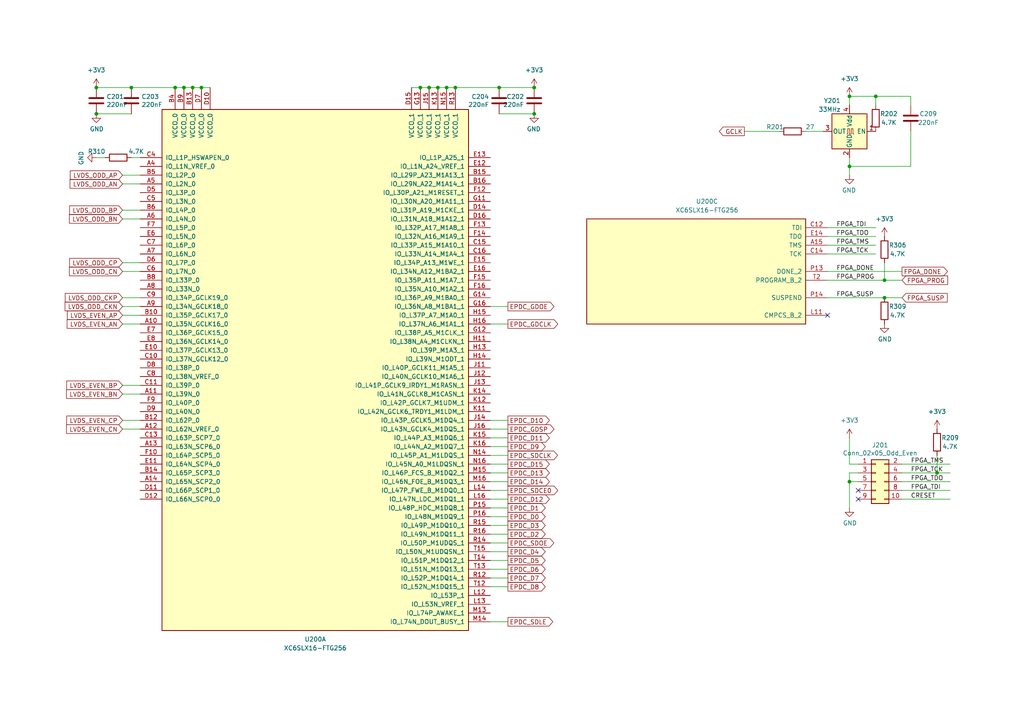
<source format=kicad_sch>
(kicad_sch (version 20230121) (generator eeschema)
  (paper "A4")
  (title_block (title "Caster EPDC") (date "2022-07-03") (rev "R0.4") (company "Copyright 2022 Modos / Engineer: Wenting Zhang"))
  (lib_symbols
    (symbol "Connector_Generic:Conn_02x05_Odd_Even" (pin_names (offset 1.016) hide)
      (property "Reference" "J" (at 1.27 7.62 0))
      (property "Value" "Conn_02x05_Odd_Even" (at 1.27 -7.62 0))
      (symbol "Conn_02x05_Odd_Even_1_1"
        (rectangle (start -1.27 -4.953) (end 0 -5.207) (stroke (width 0.1524)))
        (rectangle (start -1.27 -2.413) (end 0 -2.667) (stroke (width 0.1524)))
        (rectangle (start -1.27 0.127) (end 0 -0.127) (stroke (width 0.1524)))
        (rectangle (start -1.27 2.667) (end 0 2.413) (stroke (width 0.1524)))
        (rectangle (start -1.27 5.207) (end 0 4.953) (stroke (width 0.1524)))
        (rectangle (start -1.27 6.35) (end 3.81 -6.35) (stroke (width 0.254)) (fill (type background)))
        (rectangle (start 3.81 -4.953) (end 2.54 -5.207) (stroke (width 0.1524)))
        (rectangle (start 3.81 -2.413) (end 2.54 -2.667) (stroke (width 0.1524)))
        (rectangle (start 3.81 0.127) (end 2.54 -0.127) (stroke (width 0.1524)))
        (rectangle (start 3.81 2.667) (end 2.54 2.413) (stroke (width 0.1524)))
        (rectangle (start 3.81 5.207) (end 2.54 4.953) (stroke (width 0.1524)))
        (pin passive line (at -5.08 5.08 0) (length 3.81) (name "Pin_1") (number "1"))
        (pin passive line (at 7.62 -5.08 180) (length 3.81) (name "Pin_10") (number "10"))
        (pin passive line (at 7.62 5.08 180) (length 3.81) (name "Pin_2") (number "2"))
        (pin passive line (at -5.08 2.54 0) (length 3.81) (name "Pin_3") (number "3"))
        (pin passive line (at 7.62 2.54 180) (length 3.81) (name "Pin_4") (number "4"))
        (pin passive line (at -5.08 0 0) (length 3.81) (name "Pin_5") (number "5"))
        (pin passive line (at 7.62 0 180) (length 3.81) (name "Pin_6") (number "6"))
        (pin passive line (at -5.08 -2.54 0) (length 3.81) (name "Pin_7") (number "7"))
        (pin passive line (at 7.62 -2.54 180) (length 3.81) (name "Pin_8") (number "8"))
        (pin passive line (at -5.08 -5.08 0) (length 3.81) (name "Pin_9") (number "9"))
      )
    )
    (symbol "Device:C" (pin_numbers hide) (pin_names (offset 0.254))
      (property "Reference" "C" (at 0.635 2.54 0))
      (property "Value" "C" (at 0.635 -2.54 0))
      (symbol "C_0_1"
        (polyline (pts (xy -2.032 -0.762) (xy 2.032 -0.762)) (stroke (width 0.508)))
        (polyline (pts (xy -2.032 0.762) (xy 2.032 0.762)) (stroke (width 0.508)))
      )
      (symbol "C_1_1"
        (pin passive line (at 0 3.81 270) (length 2.794) (name "~") (number "1"))
        (pin passive line (at 0 -3.81 90) (length 2.794) (name "~") (number "2"))
      )
    )
    (symbol "Device:R" (pin_numbers hide) (pin_names (offset 0))
      (property "Reference" "R" (at 2.032 0 90))
      (property "Value" "R" (at 0 0 90))
      (symbol "R_0_1"
        (rectangle (start -1.016 -2.54) (end 1.016 2.54) (stroke (width 0.254)))
      )
      (symbol "R_1_1"
        (pin passive line (at 0 3.81 270) (length 1.27) (name "~") (number "1"))
        (pin passive line (at 0 -3.81 90) (length 1.27) (name "~") (number "2"))
      )
    )
    (symbol "FPGA_Xilinx_Spartan6:XC6SLX16-FTG256" (pin_names (offset 1.016))
      (property "Reference" "U" (at 0 1.27 0))
      (property "Value" "XC6SLX16-FTG256" (at 0 -1.27 0))
      (symbol "XC6SLX16-FTG256_1_1"
        (rectangle (start -44.45 72.39) (end 44.45 -78.74) (stroke (width 0.254)) (fill (type background)))
        (pin bidirectional line (at -50.8 10.16 0) (length 6.35) (name "IO_L35N_GCLK16_0") (number "A10"))
        (pin bidirectional line (at -50.8 -10.16 0) (length 6.35) (name "IO_L39N_0") (number "A11"))
        (pin bidirectional line (at -50.8 -20.32 0) (length 6.35) (name "IO_L62N_VREF_0") (number "A12"))
        (pin bidirectional line (at -50.8 -25.4 0) (length 6.35) (name "IO_L63N_SCP6_0") (number "A13"))
        (pin bidirectional line (at -50.8 -35.56 0) (length 6.35) (name "IO_L65N_SCP2_0") (number "A14"))
        (pin bidirectional line (at -50.8 55.88 0) (length 6.35) (name "IO_L1N_VREF_0") (number "A4"))
        (pin bidirectional line (at -50.8 50.8 0) (length 6.35) (name "IO_L2N_0") (number "A5"))
        (pin bidirectional line (at -50.8 40.64 0) (length 6.35) (name "IO_L4N_0") (number "A6"))
        (pin bidirectional line (at -50.8 30.48 0) (length 6.35) (name "IO_L6N_0") (number "A7"))
        (pin bidirectional line (at -50.8 20.32 0) (length 6.35) (name "IO_L33N_0") (number "A8"))
        (pin bidirectional line (at -50.8 15.24 0) (length 6.35) (name "IO_L34N_GCLK18_0") (number "A9"))
        (pin bidirectional line (at -50.8 12.7 0) (length 6.35) (name "IO_L35P_GCLK17_0") (number "B10"))
        (pin bidirectional line (at -50.8 -17.78 0) (length 6.35) (name "IO_L62P_0") (number "B12"))
        (pin power_in line (at -35.56 78.74 270) (length 6.35) (name "VCCO_0") (number "B13"))
        (pin bidirectional line (at -50.8 -33.02 0) (length 6.35) (name "IO_L65P_SCP3_0") (number "B14"))
        (pin bidirectional line (at 50.8 53.34 180) (length 6.35) (name "IO_L29P_A23_M1A13_1") (number "B15"))
        (pin bidirectional line (at 50.8 50.8 180) (length 6.35) (name "IO_L29N_A22_M1A14_1") (number "B16"))
        (pin power_in line (at -40.64 78.74 270) (length 6.35) (name "VCCO_0") (number "B4"))
        (pin bidirectional line (at -50.8 53.34 0) (length 6.35) (name "IO_L2P_0") (number "B5"))
        (pin bidirectional line (at -50.8 43.18 0) (length 6.35) (name "IO_L4P_0") (number "B6"))
        (pin bidirectional line (at -50.8 22.86 0) (length 6.35) (name "IO_L33P_0") (number "B8"))
        (pin power_in line (at -38.1 78.74 270) (length 6.35) (name "VCCO_0") (number "B9"))
        (pin bidirectional line (at -50.8 0 0) (length 6.35) (name "IO_L37N_GCLK12_0") (number "C10"))
        (pin bidirectional line (at -50.8 -7.62 0) (length 6.35) (name "IO_L39P_0") (number "C11"))
        (pin bidirectional line (at -50.8 -22.86 0) (length 6.35) (name "IO_L63P_SCP7_0") (number "C13"))
        (pin bidirectional line (at 50.8 33.02 180) (length 6.35) (name "IO_L33P_A15_M1A10_1") (number "C15"))
        (pin bidirectional line (at 50.8 30.48 180) (length 6.35) (name "IO_L33N_A14_M1A4_1") (number "C16"))
        (pin bidirectional line (at -50.8 58.42 0) (length 6.35) (name "IO_L1P_HSWAPEN_0") (number "C4"))
        (pin bidirectional line (at -50.8 45.72 0) (length 6.35) (name "IO_L3N_0") (number "C5"))
        (pin bidirectional line (at -50.8 25.4 0) (length 6.35) (name "IO_L7N_0") (number "C6"))
        (pin bidirectional line (at -50.8 33.02 0) (length 6.35) (name "IO_L6P_0") (number "C7"))
        (pin bidirectional line (at -50.8 -5.08 0) (length 6.35) (name "IO_L38N_VREF_0") (number "C8"))
        (pin bidirectional line (at -50.8 17.78 0) (length 6.35) (name "IO_L34P_GCLK19_0") (number "C9"))
        (pin power_in line (at -30.48 78.74 270) (length 6.35) (name "VCCO_0") (number "D10"))
        (pin bidirectional line (at -50.8 -38.1 0) (length 6.35) (name "IO_L66P_SCP1_0") (number "D11"))
        (pin bidirectional line (at -50.8 -40.64 0) (length 6.35) (name "IO_L66N_SCP0_0") (number "D12"))
        (pin bidirectional line (at 50.8 43.18 180) (length 6.35) (name "IO_L31P_A19_M1CKE_1") (number "D14"))
        (pin power_in line (at 27.94 78.74 270) (length 6.35) (name "VCCO_1") (number "D15"))
        (pin bidirectional line (at 50.8 40.64 180) (length 6.35) (name "IO_L31N_A18_M1A12_1") (number "D16"))
        (pin bidirectional line (at -50.8 48.26 0) (length 6.35) (name "IO_L3P_0") (number "D5"))
        (pin bidirectional line (at -50.8 27.94 0) (length 6.35) (name "IO_L7P_0") (number "D6"))
        (pin power_in line (at -33.02 78.74 270) (length 6.35) (name "VCCO_0") (number "D7"))
        (pin bidirectional line (at -50.8 -2.54 0) (length 6.35) (name "IO_L38P_0") (number "D8"))
        (pin bidirectional line (at -50.8 -15.24 0) (length 6.35) (name "IO_L40N_0") (number "D9"))
        (pin bidirectional line (at -50.8 2.54 0) (length 6.35) (name "IO_L37P_GCLK13_0") (number "E10"))
        (pin bidirectional line (at -50.8 -30.48 0) (length 6.35) (name "IO_L64N_SCP4_0") (number "E11"))
        (pin bidirectional line (at 50.8 55.88 180) (length 6.35) (name "IO_L1N_A24_VREF_1") (number "E12"))
        (pin bidirectional line (at 50.8 58.42 180) (length 6.35) (name "IO_L1P_A25_1") (number "E13"))
        (pin bidirectional line (at 50.8 27.94 180) (length 6.35) (name "IO_L34P_A13_M1WE_1") (number "E15"))
        (pin bidirectional line (at 50.8 25.4 180) (length 6.35) (name "IO_L34N_A12_M1BA2_1") (number "E16"))
        (pin bidirectional line (at -50.8 35.56 0) (length 6.35) (name "IO_L5N_0") (number "E6"))
        (pin bidirectional line (at -50.8 7.62 0) (length 6.35) (name "IO_L36P_GCLK15_0") (number "E7"))
        (pin bidirectional line (at -50.8 5.08 0) (length 6.35) (name "IO_L36N_GCLK14_0") (number "E8"))
        (pin bidirectional line (at -50.8 -27.94 0) (length 6.35) (name "IO_L64P_SCP5_0") (number "F10"))
        (pin bidirectional line (at 50.8 48.26 180) (length 6.35) (name "IO_L30P_A21_M1RESET_1") (number "F12"))
        (pin bidirectional line (at 50.8 38.1 180) (length 6.35) (name "IO_L32P_A17_M1A8_1") (number "F13"))
        (pin bidirectional line (at 50.8 35.56 180) (length 6.35) (name "IO_L32N_A16_M1A9_1") (number "F14"))
        (pin bidirectional line (at 50.8 22.86 180) (length 6.35) (name "IO_L35P_A11_M1A7_1") (number "F15"))
        (pin bidirectional line (at 50.8 20.32 180) (length 6.35) (name "IO_L35N_A10_M1A2_1") (number "F16"))
        (pin bidirectional line (at -50.8 38.1 0) (length 6.35) (name "IO_L5P_0") (number "F7"))
        (pin bidirectional line (at -50.8 -12.7 0) (length 6.35) (name "IO_L40P_0") (number "F9"))
        (pin bidirectional line (at 50.8 45.72 180) (length 6.35) (name "IO_L30N_A20_M1A11_1") (number "G11"))
        (pin bidirectional line (at 50.8 7.62 180) (length 6.35) (name "IO_L38P_A5_M1CLK_1") (number "G12"))
        (pin power_in line (at 30.48 78.74 270) (length 6.35) (name "VCCO_1") (number "G13"))
        (pin bidirectional line (at 50.8 17.78 180) (length 6.35) (name "IO_L36P_A9_M1BA0_1") (number "G14"))
        (pin bidirectional line (at 50.8 15.24 180) (length 6.35) (name "IO_L36N_A8_M1BA1_1") (number "G16"))
        (pin bidirectional line (at 50.8 5.08 180) (length 6.35) (name "IO_L38N_A4_M1CLKN_1") (number "H11"))
        (pin bidirectional line (at 50.8 2.54 180) (length 6.35) (name "IO_L39P_M1A3_1") (number "H13"))
        (pin bidirectional line (at 50.8 0 180) (length 6.35) (name "IO_L39N_M1ODT_1") (number "H14"))
        (pin bidirectional line (at 50.8 12.7 180) (length 6.35) (name "IO_L37P_A7_M1A0_1") (number "H15"))
        (pin bidirectional line (at 50.8 10.16 180) (length 6.35) (name "IO_L37N_A6_M1A1_1") (number "H16"))
        (pin bidirectional line (at 50.8 -2.54 180) (length 6.35) (name "IO_L40P_GCLK11_M1A5_1") (number "J11"))
        (pin bidirectional line (at 50.8 -5.08 180) (length 6.35) (name "IO_L40N_GCLK10_M1A6_1") (number "J12"))
        (pin bidirectional line (at 50.8 -7.62 180) (length 6.35) (name "IO_L41P_GCLK9_IRDY1_M1RASN_1") (number "J13"))
        (pin bidirectional line (at 50.8 -17.78 180) (length 6.35) (name "IO_L43P_GCLK5_M1DQ4_1") (number "J14"))
        (pin power_in line (at 33.02 78.74 270) (length 6.35) (name "VCCO_1") (number "J15"))
        (pin bidirectional line (at 50.8 -20.32 180) (length 6.35) (name "IO_L43N_GCLK4_M1DQ5_1") (number "J16"))
        (pin bidirectional line (at 50.8 -15.24 180) (length 6.35) (name "IO_L42N_GCLK6_TRDY1_M1LDM_1") (number "K11"))
        (pin bidirectional line (at 50.8 -12.7 180) (length 6.35) (name "IO_L42P_GCLK7_M1UDM_1") (number "K12"))
        (pin power_in line (at 35.56 78.74 270) (length 6.35) (name "VCCO_1") (number "K13"))
        (pin bidirectional line (at 50.8 -10.16 180) (length 6.35) (name "IO_L41N_GCLK8_M1CASN_1") (number "K14"))
        (pin bidirectional line (at 50.8 -22.86 180) (length 6.35) (name "IO_L44P_A3_M1DQ6_1") (number "K15"))
        (pin bidirectional line (at 50.8 -25.4 180) (length 6.35) (name "IO_L44N_A2_M1DQ7_1") (number "K16"))
        (pin bidirectional line (at 50.8 -68.58 180) (length 6.35) (name "IO_L53P_1") (number "L12"))
        (pin bidirectional line (at 50.8 -71.12 180) (length 6.35) (name "IO_L53N_VREF_1") (number "L13"))
        (pin bidirectional line (at 50.8 -38.1 180) (length 6.35) (name "IO_L47P_FWE_B_M1DQ0_1") (number "L14"))
        (pin bidirectional line (at 50.8 -40.64 180) (length 6.35) (name "IO_L47N_LDC_M1DQ1_1") (number "L16"))
        (pin bidirectional line (at 50.8 -73.66 180) (length 6.35) (name "IO_L74P_AWAKE_1") (number "M13"))
        (pin bidirectional line (at 50.8 -76.2 180) (length 6.35) (name "IO_L74N_DOUT_BUSY_1") (number "M14"))
        (pin bidirectional line (at 50.8 -33.02 180) (length 6.35) (name "IO_L46P_FCS_B_M1DQ2_1") (number "M15"))
        (pin bidirectional line (at 50.8 -35.56 180) (length 6.35) (name "IO_L46N_FOE_B_M1DQ3_1") (number "M16"))
        (pin bidirectional line (at 50.8 -27.94 180) (length 6.35) (name "IO_L45P_A1_M1LDQS_1") (number "N14"))
        (pin power_in line (at 38.1 78.74 270) (length 6.35) (name "VCCO_1") (number "N15"))
        (pin bidirectional line (at 50.8 -30.48 180) (length 6.35) (name "IO_L45N_A0_M1LDQSN_1") (number "N16"))
        (pin bidirectional line (at 50.8 -43.18 180) (length 6.35) (name "IO_L48P_HDC_M1DQ8_1") (number "P15"))
        (pin bidirectional line (at 50.8 -45.72 180) (length 6.35) (name "IO_L48N_M1DQ9_1") (number "P16"))
        (pin bidirectional line (at 50.8 -63.5 180) (length 6.35) (name "IO_L52P_M1DQ14_1") (number "R12"))
        (pin power_in line (at 40.64 78.74 270) (length 6.35) (name "VCCO_1") (number "R13"))
        (pin bidirectional line (at 50.8 -53.34 180) (length 6.35) (name "IO_L50P_M1UDQS_1") (number "R14"))
        (pin bidirectional line (at 50.8 -48.26 180) (length 6.35) (name "IO_L49P_M1DQ10_1") (number "R15"))
        (pin bidirectional line (at 50.8 -50.8 180) (length 6.35) (name "IO_L49N_M1DQ11_1") (number "R16"))
        (pin bidirectional line (at 50.8 -66.04 180) (length 6.35) (name "IO_L52N_M1DQ15_1") (number "T12"))
        (pin bidirectional line (at 50.8 -60.96 180) (length 6.35) (name "IO_L51N_M1DQ13_1") (number "T13"))
        (pin bidirectional line (at 50.8 -58.42 180) (length 6.35) (name "IO_L51P_M1DQ12_1") (number "T14"))
        (pin bidirectional line (at 50.8 -55.88 180) (length 6.35) (name "IO_L50N_M1UDQSN_1") (number "T15"))
      )
      (symbol "XC6SLX16-FTG256_2_1"
        (rectangle (start -44.45 72.39) (end 44.45 -78.74) (stroke (width 0.254)) (fill (type background)))
        (pin bidirectional line (at 50.8 -55.88 180) (length 6.35) (name "IO_L52N_M3A9_3") (number "A2"))
        (pin bidirectional line (at 50.8 -76.2 180) (length 6.35) (name "IO_L83N_VREF_3") (number "A3"))
        (pin bidirectional line (at 50.8 -45.72 180) (length 6.35) (name "IO_L50N_M3BA2_3") (number "B1"))
        (pin bidirectional line (at 50.8 -53.34 180) (length 6.35) (name "IO_L52P_M3A8_3") (number "B2"))
        (pin bidirectional line (at 50.8 -73.66 180) (length 6.35) (name "IO_L83P_3") (number "B3"))
        (pin bidirectional line (at 50.8 -43.18 180) (length 6.35) (name "IO_L50P_M3WE_3") (number "C1"))
        (pin bidirectional line (at 50.8 -35.56 180) (length 6.35) (name "IO_L48N_M3BA1_3") (number "C2"))
        (pin bidirectional line (at 50.8 -33.02 180) (length 6.35) (name "IO_L48P_M3BA0_3") (number "C3"))
        (pin bidirectional line (at 50.8 -40.64 180) (length 6.35) (name "IO_L49N_M3A2_3") (number "D1"))
        (pin power_in line (at 30.48 78.74 270) (length 6.35) (name "VCCO_3") (number "D2"))
        (pin bidirectional line (at 50.8 -38.1 180) (length 6.35) (name "IO_L49P_M3A7_3") (number "D3"))
        (pin bidirectional line (at 50.8 -25.4 180) (length 6.35) (name "IO_L46N_M3CLKN_3") (number "E1"))
        (pin bidirectional line (at 50.8 -22.86 180) (length 6.35) (name "IO_L46P_M3CLK_3") (number "E2"))
        (pin bidirectional line (at 50.8 -66.04 180) (length 6.35) (name "IO_L54N_M3A11_3") (number "E3"))
        (pin bidirectional line (at 50.8 -63.5 180) (length 6.35) (name "IO_L54P_M3RESET_3") (number "E4"))
        (pin bidirectional line (at 50.8 0 180) (length 6.35) (name "IO_L41N_GCLK26_M3DQ5_3") (number "F1"))
        (pin bidirectional line (at 50.8 2.54 180) (length 6.35) (name "IO_L41P_GCLK27_M3DQ4_3") (number "F2"))
        (pin bidirectional line (at 50.8 -60.96 180) (length 6.35) (name "IO_L53N_M3A12_3") (number "F3"))
        (pin bidirectional line (at 50.8 -58.42 180) (length 6.35) (name "IO_L53P_M3CKE_3") (number "F4"))
        (pin bidirectional line (at 50.8 -71.12 180) (length 6.35) (name "IO_L55N_M3A14_3") (number "F5"))
        (pin bidirectional line (at 50.8 -68.58 180) (length 6.35) (name "IO_L55P_M3A13_3") (number "F6"))
        (pin bidirectional line (at 50.8 5.08 180) (length 6.35) (name "IO_L40N_M3DQ7_3") (number "G1"))
        (pin bidirectional line (at 50.8 7.62 180) (length 6.35) (name "IO_L40P_M3DQ6_3") (number "G3"))
        (pin power_in line (at 33.02 78.74 270) (length 6.35) (name "VCCO_3") (number "G4"))
        (pin bidirectional line (at 50.8 -50.8 180) (length 6.35) (name "IO_L51N_M3A4_3") (number "G5"))
        (pin bidirectional line (at 50.8 -48.26 180) (length 6.35) (name "IO_L51P_M3A10_3") (number "G6"))
        (pin bidirectional line (at 50.8 10.16 180) (length 6.35) (name "IO_L39N_M3LDQSN_3") (number "H1"))
        (pin bidirectional line (at 50.8 12.7 180) (length 6.35) (name "IO_L39P_M3LDQS_3") (number "H2"))
        (pin bidirectional line (at 50.8 -15.24 180) (length 6.35) (name "IO_L44N_GCLK20_M3A6_3") (number "H3"))
        (pin bidirectional line (at 50.8 -12.7 180) (length 6.35) (name "IO_L44P_GCLK21_M3A5_3") (number "H4"))
        (pin bidirectional line (at 50.8 -10.16 180) (length 6.35) (name "IO_L43N_GCLK22_IRDY2_M3CASN_3") (number "H5"))
        (pin bidirectional line (at 50.8 15.24 180) (length 6.35) (name "IO_L38N_M3DQ3_3") (number "J1"))
        (pin power_in line (at 35.56 78.74 270) (length 6.35) (name "VCCO_3") (number "J2"))
        (pin bidirectional line (at 50.8 17.78 180) (length 6.35) (name "IO_L38P_M3DQ2_3") (number "J3"))
        (pin bidirectional line (at 50.8 -5.08 180) (length 6.35) (name "IO_L42N_GCLK24_M3LDM_3") (number "J4"))
        (pin bidirectional line (at 50.8 -7.62 180) (length 6.35) (name "IO_L43P_GCLK23_M3RASN_3") (number "J6"))
        (pin bidirectional line (at 50.8 20.32 180) (length 6.35) (name "IO_L37N_M3DQ1_3") (number "K1"))
        (pin bidirectional line (at 50.8 22.86 180) (length 6.35) (name "IO_L37P_M3DQ0_3") (number "K2"))
        (pin bidirectional line (at 50.8 -2.54 180) (length 6.35) (name "IO_L42P_GCLK25_TRDY2_M3UDM_3") (number "K3"))
        (pin power_in line (at 38.1 78.74 270) (length 6.35) (name "VCCO_3") (number "K4"))
        (pin bidirectional line (at 50.8 -27.94 180) (length 6.35) (name "IO_L47P_M3A0_3") (number "K5"))
        (pin bidirectional line (at 50.8 -30.48 180) (length 6.35) (name "IO_L47N_M3A1_3") (number "K6"))
        (pin bidirectional line (at 50.8 25.4 180) (length 6.35) (name "IO_L36N_M3DQ9_3") (number "L1"))
        (pin bidirectional line (at -50.8 27.94 0) (length 6.35) (name "IO_L16P_2") (number "L10"))
        (pin bidirectional line (at 50.8 27.94 180) (length 6.35) (name "IO_L36P_M3DQ8_3") (number "L3"))
        (pin bidirectional line (at 50.8 -17.78 180) (length 6.35) (name "IO_L45P_M3A3_3") (number "L4"))
        (pin bidirectional line (at 50.8 -20.32 180) (length 6.35) (name "IO_L45N_M3ODT_3") (number "L5"))
        (pin bidirectional line (at -50.8 -20.32 0) (length 6.35) (name "IO_L62N_D6_2") (number "L7"))
        (pin bidirectional line (at -50.8 -17.78 0) (length 6.35) (name "IO_L62P_D5_2") (number "L8"))
        (pin bidirectional line (at 50.8 30.48 180) (length 6.35) (name "IO_L35N_M3DQ11_3") (number "M1"))
        (pin bidirectional line (at -50.8 25.4 0) (length 6.35) (name "IO_L16N_VREF_2") (number "M10"))
        (pin bidirectional line (at -50.8 50.8 0) (length 6.35) (name "IO_L2N_CMPMOSI_2") (number "M11"))
        (pin bidirectional line (at -50.8 53.34 0) (length 6.35) (name "IO_L2P_CMPCLK_2") (number "M12"))
        (pin bidirectional line (at 50.8 33.02 180) (length 6.35) (name "IO_L35P_M3DQ10_3") (number "M2"))
        (pin bidirectional line (at 50.8 55.88 180) (length 6.35) (name "IO_L1N_VREF_3") (number "M3"))
        (pin bidirectional line (at 50.8 58.42 180) (length 6.35) (name "IO_L1P_3") (number "M4"))
        (pin bidirectional line (at 50.8 53.34 180) (length 6.35) (name "IO_L2P_3") (number "M5"))
        (pin bidirectional line (at -50.8 -27.94 0) (length 6.35) (name "IO_L64P_D8_2") (number "M6"))
        (pin bidirectional line (at -50.8 5.08 0) (length 6.35) (name "IO_L31N_GCLK30_D15_2") (number "M7"))
        (pin bidirectional line (at -50.8 17.78 0) (length 6.35) (name "IO_L29P_GCLK3_2") (number "M9"))
        (pin bidirectional line (at 50.8 35.56 180) (length 6.35) (name "IO_L34N_M3UDQSN_3") (number "N1"))
        (pin power_in line (at -38.1 78.74 270) (length 6.35) (name "VCCO_2") (number "N10"))
        (pin bidirectional line (at -50.8 38.1 0) (length 6.35) (name "IO_L13P_M1_2") (number "N11"))
        (pin bidirectional line (at -50.8 43.18 0) (length 6.35) (name "IO_L12P_D1_MISO2_2") (number "N12"))
        (pin power_in line (at 40.64 78.74 270) (length 6.35) (name "VCCO_3") (number "N2"))
        (pin bidirectional line (at 50.8 38.1 180) (length 6.35) (name "IO_L34P_M3UDQS_3") (number "N3"))
        (pin bidirectional line (at 50.8 50.8 180) (length 6.35) (name "IO_L2N_3") (number "N4"))
        (pin bidirectional line (at -50.8 -12.7 0) (length 6.35) (name "IO_L49P_D3_2") (number "N5"))
        (pin bidirectional line (at -50.8 -30.48 0) (length 6.35) (name "IO_L64N_D9_2") (number "N6"))
        (pin power_in line (at -40.64 78.74 270) (length 6.35) (name "VCCO_2") (number "N7"))
        (pin bidirectional line (at -50.8 15.24 0) (length 6.35) (name "IO_L29N_GCLK2_2") (number "N8"))
        (pin bidirectional line (at -50.8 33.02 0) (length 6.35) (name "IO_L14P_D11_2") (number "N9"))
        (pin bidirectional line (at 50.8 40.64 180) (length 6.35) (name "IO_L33N_M3DQ13_3") (number "P1"))
        (pin bidirectional line (at -50.8 48.26 0) (length 6.35) (name "IO_L3P_D0_DIN_MISO_MISO1_2") (number "P10"))
        (pin bidirectional line (at -50.8 35.56 0) (length 6.35) (name "IO_L13N_D10_2") (number "P11"))
        (pin bidirectional line (at -50.8 40.64 0) (length 6.35) (name "IO_L12N_D2_MISO3_2") (number "P12"))
        (pin bidirectional line (at 50.8 43.18 180) (length 6.35) (name "IO_L33P_M3DQ12_3") (number "P2"))
        (pin bidirectional line (at -50.8 -22.86 0) (length 6.35) (name "IO_L63P_2") (number "P4"))
        (pin bidirectional line (at -50.8 -15.24 0) (length 6.35) (name "IO_L49N_D4_2") (number "P5"))
        (pin bidirectional line (at -50.8 -2.54 0) (length 6.35) (name "IO_L47P_2") (number "P6"))
        (pin bidirectional line (at -50.8 7.62 0) (length 6.35) (name "IO_L31P_GCLK31_D14_2") (number "P7"))
        (pin bidirectional line (at -50.8 12.7 0) (length 6.35) (name "IO_L30P_GCLK1_D13_2") (number "P8"))
        (pin bidirectional line (at -50.8 30.48 0) (length 6.35) (name "IO_L14N_D12_2") (number "P9"))
        (pin bidirectional line (at 50.8 45.72 180) (length 6.35) (name "IO_L32N_M3DQ15_3") (number "R1"))
        (pin bidirectional line (at -50.8 58.42 0) (length 6.35) (name "IO_L1P_CCLK_2") (number "R11"))
        (pin bidirectional line (at 50.8 48.26 180) (length 6.35) (name "IO_L32P_M3DQ14_3") (number "R2"))
        (pin bidirectional line (at -50.8 -33.02 0) (length 6.35) (name "IO_L65P_INIT_B_2") (number "R3"))
        (pin power_in line (at -35.56 78.74 270) (length 6.35) (name "VCCO_2") (number "R4"))
        (pin bidirectional line (at -50.8 -7.62 0) (length 6.35) (name "IO_L48P_D7_2") (number "R5"))
        (pin bidirectional line (at -50.8 2.54 0) (length 6.35) (name "IO_L32P_GCLK29_2") (number "R7"))
        (pin power_in line (at -33.02 78.74 270) (length 6.35) (name "VCCO_2") (number "R8"))
        (pin bidirectional line (at -50.8 22.86 0) (length 6.35) (name "IO_L23P_2") (number "R9"))
        (pin bidirectional line (at -50.8 45.72 0) (length 6.35) (name "IO_L3N_MOSI_CSI_B_MISO0_2") (number "T10"))
        (pin bidirectional line (at -50.8 55.88 0) (length 6.35) (name "IO_L1N_M0_CMPMISO_2") (number "T11"))
        (pin bidirectional line (at -50.8 -35.56 0) (length 6.35) (name "IO_L65N_CSO_B_2") (number "T3"))
        (pin bidirectional line (at -50.8 -25.4 0) (length 6.35) (name "IO_L63N_2") (number "T4"))
        (pin bidirectional line (at -50.8 -10.16 0) (length 6.35) (name "IO_L48N_RDWR_B_VREF_2") (number "T5"))
        (pin bidirectional line (at -50.8 -5.08 0) (length 6.35) (name "IO_L47N_2") (number "T6"))
        (pin bidirectional line (at -50.8 0 0) (length 6.35) (name "IO_L32N_GCLK28_2") (number "T7"))
        (pin bidirectional line (at -50.8 10.16 0) (length 6.35) (name "IO_L30N_GCLK0_USERCCLK_2") (number "T8"))
        (pin bidirectional line (at -50.8 20.32 0) (length 6.35) (name "IO_L23N_2") (number "T9"))
      )
      (symbol "XC6SLX16-FTG256_3_1"
        (rectangle (start -31.75 15.24) (end 31.75 -15.24) (stroke (width 0.254)) (fill (type background)))
        (pin bidirectional line (at 38.1 7.62 180) (length 6.35) (name "TMS") (number "A15"))
        (pin bidirectional line (at 38.1 12.7 180) (length 6.35) (name "TDI") (number "C12"))
        (pin bidirectional line (at 38.1 5.08 180) (length 6.35) (name "TCK") (number "C14"))
        (pin bidirectional line (at 38.1 10.16 180) (length 6.35) (name "TDO") (number "E14"))
        (pin bidirectional line (at 38.1 -12.7 180) (length 6.35) (name "CMPCS_B_2") (number "L11"))
        (pin bidirectional line (at 38.1 0 180) (length 6.35) (name "DONE_2") (number "P13"))
        (pin bidirectional line (at 38.1 -7.62 180) (length 6.35) (name "SUSPEND") (number "P14"))
        (pin bidirectional line (at 38.1 -2.54 180) (length 6.35) (name "PROGRAM_B_2") (number "T2"))
      )
      (symbol "XC6SLX16-FTG256_4_1"
        (rectangle (start -19.05 30.48) (end 19.05 -30.48) (stroke (width 0.254)) (fill (type background)))
        (pin power_in line (at -25.4 2.54 0) (length 6.35) (name "GND") (number "A1"))
        (pin power_in line (at -25.4 0 0) (length 6.35) (name "GND") (number "A16"))
        (pin power_in line (at -25.4 -5.08 0) (length 6.35) (name "GND") (number "B11"))
        (pin power_in line (at -25.4 -2.54 0) (length 6.35) (name "GND") (number "B7"))
        (pin power_in line (at -25.4 -10.16 0) (length 6.35) (name "GND") (number "D13"))
        (pin power_in line (at -25.4 -7.62 0) (length 6.35) (name "GND") (number "D4"))
        (pin power_in line (at -25.4 27.94 0) (length 6.35) (name "VCCAUX") (number "E5"))
        (pin power_in line (at -25.4 -12.7 0) (length 6.35) (name "GND") (number "E9"))
        (pin power_in line (at -25.4 22.86 0) (length 6.35) (name "VCCAUX") (number "F11"))
        (pin power_in line (at -25.4 25.4 0) (length 6.35) (name "VCCAUX") (number "F8"))
        (pin power_in line (at -25.4 20.32 0) (length 6.35) (name "VCCAUX") (number "G10"))
        (pin power_in line (at -25.4 -20.32 0) (length 6.35) (name "GND") (number "G15"))
        (pin power_in line (at -25.4 -15.24 0) (length 6.35) (name "GND") (number "G2"))
        (pin power_in line (at 25.4 27.94 180) (length 6.35) (name "VCCINT") (number "G7"))
        (pin power_in line (at -25.4 -17.78 0) (length 6.35) (name "GND") (number "G8"))
        (pin power_in line (at 25.4 25.4 180) (length 6.35) (name "VCCINT") (number "G9"))
        (pin power_in line (at 25.4 20.32 180) (length 6.35) (name "VCCINT") (number "H10"))
        (pin power_in line (at -25.4 -27.94 0) (length 6.35) (name "GND") (number "H12"))
        (pin power_in line (at -25.4 17.78 0) (length 6.35) (name "VCCAUX") (number "H6"))
        (pin power_in line (at -25.4 -22.86 0) (length 6.35) (name "GND") (number "H7"))
        (pin power_in line (at 25.4 22.86 180) (length 6.35) (name "VCCINT") (number "H8"))
        (pin power_in line (at -25.4 -25.4 0) (length 6.35) (name "GND") (number "H9"))
        (pin power_in line (at -25.4 15.24 0) (length 6.35) (name "VCCAUX") (number "J10"))
        (pin power_in line (at 25.4 2.54 180) (length 6.35) (name "GND") (number "J5"))
        (pin power_in line (at 25.4 17.78 180) (length 6.35) (name "VCCINT") (number "J7"))
        (pin power_in line (at 25.4 0 180) (length 6.35) (name "GND") (number "J8"))
        (pin power_in line (at 25.4 15.24 180) (length 6.35) (name "VCCINT") (number "J9"))
        (pin power_in line (at 25.4 10.16 180) (length 6.35) (name "VCCINT") (number "K10"))
        (pin power_in line (at 25.4 -2.54 180) (length 6.35) (name "GND") (number "K7"))
        (pin power_in line (at 25.4 12.7 180) (length 6.35) (name "VCCINT") (number "K8"))
        (pin power_in line (at 25.4 -5.08 180) (length 6.35) (name "GND") (number "K9"))
        (pin power_in line (at 25.4 -10.16 180) (length 6.35) (name "GND") (number "L15"))
        (pin power_in line (at 25.4 -7.62 180) (length 6.35) (name "GND") (number "L2"))
        (pin power_in line (at -25.4 12.7 0) (length 6.35) (name "VCCAUX") (number "L6"))
        (pin power_in line (at -25.4 10.16 0) (length 6.35) (name "VCCAUX") (number "L9"))
        (pin power_in line (at 25.4 -12.7 180) (length 6.35) (name "GND") (number "M8"))
        (pin power_in line (at 25.4 -15.24 180) (length 6.35) (name "GND") (number "N13"))
        (pin power_in line (at 25.4 -17.78 180) (length 6.35) (name "GND") (number "P3"))
        (pin power_in line (at 25.4 -22.86 180) (length 6.35) (name "GND") (number "R10"))
        (pin power_in line (at 25.4 -20.32 180) (length 6.35) (name "GND") (number "R6"))
        (pin power_in line (at 25.4 -25.4 180) (length 6.35) (name "GND") (number "T1"))
        (pin power_in line (at 25.4 -27.94 180) (length 6.35) (name "GND") (number "T16"))
      )
    )
    (symbol "Oscillator:ASE-xxxMHz" (pin_names (offset 0.254))
      (property "Reference" "X" (at -5.08 6.35 0))
      (property "Value" "ASE-xxxMHz" (at 1.27 -6.35 0))
      (symbol "ASE-xxxMHz_0_1"
        (rectangle (start -5.08 5.08) (end 5.08 -5.08) (stroke (width 0.254)) (fill (type background)))
        (polyline (pts (xy -1.27 -0.762) (xy -1.016 -0.762) (xy -1.016 0.762) (xy -0.508 0.762) (xy -0.508 -0.762) (xy 0 -0.762) (xy 0 0.762) (xy 0.508 0.762) (xy 0.508 -0.762) (xy 0.762 -0.762)))
      )
      (symbol "ASE-xxxMHz_1_1"
        (pin input line (at -7.62 0 0) (length 2.54) (name "EN") (number "1"))
        (pin power_in line (at 0 -7.62 90) (length 2.54) (name "GND") (number "2"))
        (pin output line (at 7.62 0 180) (length 2.54) (name "OUT") (number "3"))
        (pin power_in line (at 0 7.62 270) (length 2.54) (name "Vdd") (number "4"))
      )
    )
    (symbol "power:+3V3" (power) (pin_names (offset 0))
      (property "Value" "+3V3" (at 0 3.556 0))
      (symbol "+3V3_0_1"
        (polyline (pts (xy -0.762 1.27) (xy 0 2.54)))
        (polyline (pts (xy 0 0) (xy 0 2.54)))
        (polyline (pts (xy 0 2.54) (xy 0.762 1.27)))
      )
      (symbol "+3V3_1_1"
        (pin power_in line (at 0 0 90) (length 0) hide (name "+3V3") (number "1"))
      )
    )
    (symbol "power:GND" (power) (pin_names (offset 0))
      (property "Value" "GND" (at 0 -3.81 0))
      (symbol "GND_0_1"
        (polyline (pts (xy 0 0) (xy 0 -1.27) (xy 1.27 -1.27) (xy 0 -2.54) (xy -1.27 -1.27) (xy 0 -1.27)))
      )
      (symbol "GND_1_1"
        (pin power_in line (at 0 0 270) (length 0) hide (name "GND") (number "1"))
      )
    )
  )
  (junction (at 154.94 33.02))
  (junction (at 27.94 25.4))
  (junction (at 50.8 25.4))
  (junction (at 144.78 25.4) (diameter 0.9144))
  (junction (at 154.94 25.4))
  (junction (at 38.1 25.4) (diameter 0.9144))
  (junction (at 124.46 25.4))
  (junction (at 256.54 81.28))
  (junction (at 127 25.4))
  (junction (at 58.42 25.4))
  (junction (at 254 27.94))
  (junction (at 53.34 25.4))
  (junction (at 129.54 25.4))
  (junction (at 121.92 25.4))
  (junction (at 55.88 25.4))
  (junction (at 27.94 33.02))
  (junction (at 256.54 86.36))
  (junction (at 246.38 139.7) (diameter 0.9144))
  (junction (at 246.38 48.26))
  (junction (at 246.38 27.94))
  (junction (at 132.08 25.4))
  (junction (at 271.78 137.16) (diameter 0.9144))
  (no_connect (at 248.92 142.24))
  (no_connect (at 248.92 144.78))
  (no_connect (at 240.03 91.44))
  (wire (pts (xy 55.88 25.4) (xy 58.42 25.4)))
  (wire (pts (xy 58.42 25.4) (xy 60.96 25.4)))
  (wire (pts (xy 240.03 66.04) (xy 254 66.04)))
  (wire (pts (xy 35.56 124.46) (xy 40.64 124.46)))
  (wire (pts (xy 254 27.94) (xy 254 30.48)))
  (wire (pts (xy 35.56 93.98) (xy 40.64 93.98)))
  (wire (pts (xy 154.94 25.4) (xy 144.78 25.4)))
  (wire (pts (xy 142.24 144.78) (xy 147.32 144.78)))
  (wire (pts (xy 248.92 137.16) (xy 246.38 137.16)))
  (wire (pts (xy 233.68 38.1) (xy 238.76 38.1)))
  (wire (pts (xy 254 68.58) (xy 240.03 68.58)))
  (wire (pts (xy 142.24 121.92) (xy 147.32 121.92)))
  (wire (pts (xy 142.24 154.94) (xy 147.32 154.94)))
  (wire (pts (xy 256.54 86.36) (xy 261.62 86.36)))
  (wire (pts (xy 35.56 111.76) (xy 40.64 111.76)))
  (wire (pts (xy 275.59 134.62) (xy 261.62 134.62)))
  (wire (pts (xy 142.24 167.64) (xy 147.32 167.64)))
  (wire (pts (xy 142.24 170.18) (xy 147.32 170.18)))
  (wire (pts (xy 35.56 60.96) (xy 40.64 60.96)))
  (wire (pts (xy 35.56 78.74) (xy 40.64 78.74)))
  (wire (pts (xy 38.1 45.72) (xy 40.64 45.72)))
  (wire (pts (xy 142.24 180.34) (xy 147.32 180.34)))
  (wire (pts (xy 256.54 76.2) (xy 256.54 81.28)))
  (wire (pts (xy 142.24 152.4) (xy 147.32 152.4)))
  (wire (pts (xy 240.03 78.74) (xy 261.62 78.74)))
  (wire (pts (xy 35.56 76.2) (xy 40.64 76.2)))
  (wire (pts (xy 246.38 48.26) (xy 246.38 50.8)))
  (wire (pts (xy 246.38 45.72) (xy 246.38 48.26)))
  (wire (pts (xy 27.94 45.72) (xy 30.48 45.72)))
  (wire (pts (xy 254 71.12) (xy 240.03 71.12)))
  (wire (pts (xy 271.78 137.16) (xy 261.62 137.16)))
  (wire (pts (xy 142.24 165.1) (xy 147.32 165.1)))
  (wire (pts (xy 119.38 25.4) (xy 121.92 25.4)))
  (wire (pts (xy 121.92 25.4) (xy 124.46 25.4)))
  (wire (pts (xy 124.46 25.4) (xy 127 25.4)))
  (wire (pts (xy 246.38 137.16) (xy 246.38 139.7)))
  (wire (pts (xy 248.92 139.7) (xy 246.38 139.7)))
  (wire (pts (xy 35.56 86.36) (xy 40.64 86.36)))
  (wire (pts (xy 142.24 162.56) (xy 147.32 162.56)))
  (wire (pts (xy 35.56 91.44) (xy 40.64 91.44)))
  (wire (pts (xy 142.24 147.32) (xy 147.32 147.32)))
  (wire (pts (xy 35.56 121.92) (xy 40.64 121.92)))
  (wire (pts (xy 254 73.66) (xy 240.03 73.66)))
  (wire (pts (xy 264.16 27.94) (xy 254 27.94)))
  (wire (pts (xy 264.16 27.94) (xy 264.16 30.48)))
  (wire (pts (xy 246.38 139.7) (xy 246.38 147.32)))
  (wire (pts (xy 35.56 53.34) (xy 40.64 53.34)))
  (wire (pts (xy 271.78 132.08) (xy 271.78 137.16)))
  (wire (pts (xy 142.24 137.16) (xy 147.32 137.16)))
  (wire (pts (xy 35.56 63.5) (xy 40.64 63.5)))
  (wire (pts (xy 142.24 124.46) (xy 147.32 124.46)))
  (wire (pts (xy 240.03 86.36) (xy 256.54 86.36)))
  (wire (pts (xy 256.54 81.28) (xy 261.62 81.28)))
  (wire (pts (xy 142.24 149.86) (xy 147.32 149.86)))
  (wire (pts (xy 246.38 134.62) (xy 248.92 134.62)))
  (wire (pts (xy 261.62 144.78) (xy 275.59 144.78)))
  (wire (pts (xy 215.9 38.1) (xy 226.06 38.1)))
  (wire (pts (xy 142.24 139.7) (xy 147.32 139.7)))
  (wire (pts (xy 38.1 33.02) (xy 27.94 33.02)))
  (wire (pts (xy 240.03 81.28) (xy 256.54 81.28)))
  (wire (pts (xy 142.24 88.9) (xy 147.32 88.9)))
  (wire (pts (xy 142.24 134.62) (xy 147.32 134.62)))
  (wire (pts (xy 264.16 38.1) (xy 264.16 48.26)))
  (wire (pts (xy 264.16 48.26) (xy 246.38 48.26)))
  (wire (pts (xy 246.38 127) (xy 246.38 134.62)))
  (wire (pts (xy 142.24 127) (xy 147.32 127)))
  (wire (pts (xy 38.1 25.4) (xy 50.8 25.4)))
  (wire (pts (xy 50.8 25.4) (xy 53.34 25.4)))
  (wire (pts (xy 53.34 25.4) (xy 55.88 25.4)))
  (wire (pts (xy 275.59 137.16) (xy 271.78 137.16)))
  (wire (pts (xy 142.24 132.08) (xy 147.32 132.08)))
  (wire (pts (xy 35.56 114.3) (xy 40.64 114.3)))
  (wire (pts (xy 129.54 25.4) (xy 127 25.4)))
  (wire (pts (xy 132.08 25.4) (xy 129.54 25.4)))
  (wire (pts (xy 144.78 25.4) (xy 132.08 25.4)))
  (wire (pts (xy 142.24 160.02) (xy 147.32 160.02)))
  (wire (pts (xy 275.59 142.24) (xy 261.62 142.24)))
  (wire (pts (xy 144.78 33.02) (xy 154.94 33.02)))
  (wire (pts (xy 142.24 93.98) (xy 147.32 93.98)))
  (wire (pts (xy 246.38 27.94) (xy 246.38 30.48)))
  (wire (pts (xy 142.24 129.54) (xy 147.32 129.54)))
  (wire (pts (xy 246.38 27.94) (xy 254 27.94)))
  (wire (pts (xy 142.24 157.48) (xy 147.32 157.48)))
  (wire (pts (xy 27.94 25.4) (xy 38.1 25.4)))
  (wire (pts (xy 275.59 139.7) (xy 261.62 139.7)))
  (wire (pts (xy 35.56 50.8) (xy 40.64 50.8)))
  (wire (pts (xy 142.24 142.24) (xy 147.32 142.24)))
  (wire (pts (xy 35.56 88.9) (xy 40.64 88.9)))
  (label "FPGA_TMS" (at 242.57 71.12 0))
  (label "FPGA_PROG" (at 242.57 81.28 0))
  (label "FPGA_DONE" (at 242.57 78.74 0))
  (label "FPGA_TMS" (at 264.16 134.62 0))
  (label "FPGA_TCK" (at 242.57 73.66 0))
  (label "FPGA_SUSP" (at 242.57 86.36 0))
  (label "CRESET" (at 264.16 144.78 0))
  (label "FPGA_TCK" (at 264.16 137.16 0))
  (label "FPGA_TDO" (at 242.57 68.58 0))
  (label "FPGA_TDI" (at 242.57 66.04 0))
  (label "FPGA_TDI" (at 264.16 142.24 0))
  (label "FPGA_TDO" (at 264.16 139.7 0))
  (global_label "LVDS_ODD_BP" (shape input) (at 35.56 60.96 180) (property "Intersheetrefs" "${INTERSHEET_REFS}" (effects hide)))
  (global_label "EPDC_D6" (shape output) (at 147.32 165.1 0) (property "Intersheetrefs" "${INTERSHEET_REFS}" (effects hide)))
  (global_label "EPDC_SDCLK" (shape output) (at 147.32 132.08 0) (property "Intersheetrefs" "${INTERSHEET_REFS}" (effects hide)))
  (global_label "EPDC_D9" (shape output) (at 147.32 129.54 0) (property "Intersheetrefs" "${INTERSHEET_REFS}" (effects hide)))
  (global_label "LVDS_EVEN_BN" (shape input) (at 35.56 114.3 180) (property "Intersheetrefs" "${INTERSHEET_REFS}" (effects hide)))
  (global_label "LVDS_EVEN_CN" (shape input) (at 35.56 124.46 180) (property "Intersheetrefs" "${INTERSHEET_REFS}" (effects hide)))
  (global_label "EPDC_D13" (shape output) (at 147.32 137.16 0) (property "Intersheetrefs" "${INTERSHEET_REFS}" (effects hide)))
  (global_label "FPGA_DONE" (shape output) (at 261.62 78.74 0) (property "Intersheetrefs" "${INTERSHEET_REFS}" (effects hide)))
  (global_label "EPDC_D11" (shape output) (at 147.32 127 0) (property "Intersheetrefs" "${INTERSHEET_REFS}" (effects hide)))
  (global_label "LVDS_EVEN_AN" (shape input) (at 35.56 93.98 180) (property "Intersheetrefs" "${INTERSHEET_REFS}" (effects hide)))
  (global_label "EPDC_GDOE" (shape output) (at 147.32 88.9 0) (property "Intersheetrefs" "${INTERSHEET_REFS}" (effects hide)))
  (global_label "EPDC_D3" (shape output) (at 147.32 152.4 0) (property "Intersheetrefs" "${INTERSHEET_REFS}" (effects hide)))
  (global_label "EPDC_D0" (shape output) (at 147.32 149.86 0) (property "Intersheetrefs" "${INTERSHEET_REFS}" (effects hide)))
  (global_label "EPDC_GDSP" (shape output) (at 147.32 124.46 0) (property "Intersheetrefs" "${INTERSHEET_REFS}" (effects hide)))
  (global_label "EPDC_D15" (shape output) (at 147.32 134.62 0) (property "Intersheetrefs" "${INTERSHEET_REFS}" (effects hide)))
  (global_label "EPDC_D4" (shape output) (at 147.32 160.02 0) (property "Intersheetrefs" "${INTERSHEET_REFS}" (effects hide)))
  (global_label "LVDS_ODD_CP" (shape input) (at 35.56 76.2 180) (property "Intersheetrefs" "${INTERSHEET_REFS}" (effects hide)))
  (global_label "EPDC_SDOE" (shape output) (at 147.32 157.48 0) (property "Intersheetrefs" "${INTERSHEET_REFS}" (effects hide)))
  (global_label "LVDS_ODD_AP" (shape input) (at 35.56 50.8 180) (property "Intersheetrefs" "${INTERSHEET_REFS}" (effects hide)))
  (global_label "LVDS_ODD_CKP" (shape input) (at 35.56 86.36 180) (property "Intersheetrefs" "${INTERSHEET_REFS}" (effects hide)))
  (global_label "EPDC_SDCE0" (shape output) (at 147.32 142.24 0) (property "Intersheetrefs" "${INTERSHEET_REFS}" (effects hide)))
  (global_label "EPDC_D10" (shape output) (at 147.32 121.92 0) (property "Intersheetrefs" "${INTERSHEET_REFS}" (effects hide)))
  (global_label "LVDS_ODD_BN" (shape input) (at 35.56 63.5 180) (property "Intersheetrefs" "${INTERSHEET_REFS}" (effects hide)))
  (global_label "LVDS_ODD_CN" (shape input) (at 35.56 78.74 180) (property "Intersheetrefs" "${INTERSHEET_REFS}" (effects hide)))
  (global_label "FPGA_PROG" (shape input) (at 261.62 81.28 0) (property "Intersheetrefs" "${INTERSHEET_REFS}" (effects hide)))
  (global_label "LVDS_EVEN_BP" (shape input) (at 35.56 111.76 180) (property "Intersheetrefs" "${INTERSHEET_REFS}" (effects hide)))
  (global_label "GCLK" (shape output) (at 215.9 38.1 180) (property "Intersheetrefs" "${INTERSHEET_REFS}" (effects hide)))
  (global_label "FPGA_SUSP" (shape input) (at 261.62 86.36 0) (property "Intersheetrefs" "${INTERSHEET_REFS}" (effects hide)))
  (global_label "LVDS_EVEN_CP" (shape input) (at 35.56 121.92 180) (property "Intersheetrefs" "${INTERSHEET_REFS}" (effects hide)))
  (global_label "EPDC_D8" (shape output) (at 147.32 170.18 0) (property "Intersheetrefs" "${INTERSHEET_REFS}" (effects hide)))
  (global_label "LVDS_ODD_CKN" (shape input) (at 35.56 88.9 180) (property "Intersheetrefs" "${INTERSHEET_REFS}" (effects hide)))
  (global_label "LVDS_EVEN_AP" (shape input) (at 35.56 91.44 180) (property "Intersheetrefs" "${INTERSHEET_REFS}" (effects hide)))
  (global_label "EPDC_D7" (shape output) (at 147.32 167.64 0) (property "Intersheetrefs" "${INTERSHEET_REFS}" (effects hide)))
  (global_label "EPDC_D14" (shape output) (at 147.32 139.7 0) (property "Intersheetrefs" "${INTERSHEET_REFS}" (effects hide)))
  (global_label "EPDC_D2" (shape output) (at 147.32 154.94 0) (property "Intersheetrefs" "${INTERSHEET_REFS}" (effects hide)))
  (global_label "EPDC_SDLE" (shape output) (at 147.32 180.34 0) (property "Intersheetrefs" "${INTERSHEET_REFS}" (effects hide)))
  (global_label "LVDS_ODD_AN" (shape input) (at 35.56 53.34 180) (property "Intersheetrefs" "${INTERSHEET_REFS}" (effects hide)))
  (global_label "EPDC_D5" (shape output) (at 147.32 162.56 0) (property "Intersheetrefs" "${INTERSHEET_REFS}" (effects hide)))
  (global_label "EPDC_GDCLK" (shape output) (at 147.32 93.98 0) (property "Intersheetrefs" "${INTERSHEET_REFS}" (effects hide)))
  (global_label "EPDC_D12" (shape output) (at 147.32 144.78 0) (property "Intersheetrefs" "${INTERSHEET_REFS}" (effects hide)))
  (global_label "EPDC_D1" (shape output) (at 147.32 147.32 0) (property "Intersheetrefs" "${INTERSHEET_REFS}" (effects hide)))
  (symbol (lib_id "power:GND") (at 246.38 147.32 0) (unit 1)
    (property "Reference" "#PWR0219" (effects hide))
    (property "Value" "GND" (at 246.507 151.7142 0))
  )
  (symbol (lib_id "power:+3V3") (at 256.54 68.58 0) (unit 1)
    (property "Reference" "#PWR0312" (effects hide))
    (property "Value" "+3V3" (at 256.54 63.5 0))
  )
  (symbol (lib_id "Device:C") (at 264.16 34.29 0) (mirror x) (unit 1)
    (property "Reference" "C209" (at 269.24 33.02 0))
    (property "Value" "220nF" (at 269.24 35.56 0))
    (property "Footprint" "Capacitor_SMD:C_0402_1005Metric" (effects hide))
    (property "LCSC" "C880414" (effects hide))
    (property "Ref.Price" "0.0036" (effects hide))
  )
  (symbol (lib_id "Device:R") (at 256.54 72.39 0) (mirror y) (unit 1)
    (property "Reference" "R306" (at 260.35 71.12 0))
    (property "Value" "4.7K" (at 260.35 73.66 0))
    (property "Footprint" "Resistor_SMD:R_0402_1005Metric" (effects hide))
    (property "LCSC" "C105870" (effects hide))
    (property "Ref.Price" "0.0006" (effects hide))
  )
  (symbol (lib_id "Device:C") (at 38.1 29.21 0) (unit 1)
    (property "Reference" "C203" (at 41.021 28.0416 0) (effects (justify left)))
    (property "Value" "220nF" (at 41.021 30.353 0) (effects (justify left)))
    (property "Footprint" "Capacitor_SMD:C_0402_1005Metric" (effects hide))
    (property "LCSC" "C880414" (effects hide))
    (property "Ref.Price" "0.0036" (effects hide))
  )
  (symbol (lib_id "Device:R") (at 34.29 45.72 90) (unit 1)
    (property "Reference" "R310" (at 30.5816 43.942 90) (effects (justify left)))
    (property "Value" "4.7K" (at 41.783 43.942 90) (effects (justify left)))
    (property "Footprint" "Resistor_SMD:R_0402_1005Metric" (effects hide))
    (property "LCSC" "C105870" (effects hide))
    (property "Ref.Price" "0.0006" (effects hide))
  )
  (symbol (lib_id "power:+3V3") (at 271.78 124.46 0) (unit 1)
    (property "Reference" "#PWR0223" (effects hide))
    (property "Value" "+3V3" (at 271.78 119.38 0))
  )
  (symbol (lib_id "Device:R") (at 256.54 90.17 0) (mirror y) (unit 1)
    (property "Reference" "R309" (at 260.35 88.9 0))
    (property "Value" "4.7K" (at 260.35 91.44 0))
    (property "Footprint" "Resistor_SMD:R_0402_1005Metric" (effects hide))
    (property "LCSC" "C105870" (effects hide))
    (property "Ref.Price" "0.0006" (effects hide))
  )
  (symbol (lib_id "Device:C") (at 154.94 29.21 0) (mirror y) (unit 1)
    (property "Reference" "C202" (at 152.019 28.0416 0) (effects (justify left)))
    (property "Value" "220nF" (at 152.019 30.353 0) (effects (justify left)))
    (property "Footprint" "Capacitor_SMD:C_0402_1005Metric" (effects hide))
    (property "LCSC" "C880414" (effects hide))
    (property "Ref.Price" "0.0036" (effects hide))
  )
  (symbol (lib_id "Device:C") (at 27.94 29.21 0) (unit 1)
    (property "Reference" "C201" (at 30.861 28.0416 0) (effects (justify left)))
    (property "Value" "220nF" (at 30.861 30.353 0) (effects (justify left)))
    (property "Footprint" "Capacitor_SMD:C_0402_1005Metric" (effects hide))
    (property "LCSC" "C880414" (effects hide))
    (property "Ref.Price" "0.0036" (effects hide))
  )
  (symbol (lib_id "power:GND") (at 154.94 33.02 0) (mirror y) (unit 1)
    (property "Reference" "#PWR0204" (effects hide))
    (property "Value" "GND" (at 154.813 37.4142 0))
  )
  (symbol (lib_id "power:GND") (at 246.38 50.8 0) (mirror y) (unit 1)
    (property "Reference" "#PWR0206" (effects hide))
    (property "Value" "GND" (at 246.253 55.1942 0))
  )
  (symbol (lib_id "FPGA_Xilinx_Spartan6:XC6SLX16-FTG256") (at 91.44 104.14 0) (unit 1)
    (property "Reference" "U200" (at 91.44 185.42 0))
    (property "Value" "XC6SLX16-FTG256" (at 91.44 187.96 0))
    (property "Footprint" "footprints:Xilinx_FTG256" (effects hide))
    (property "LCSC" "C39313" (effects hide))
    (property "Ref.Price" "7.4837" (effects hide))
  )
  (symbol (lib_id "power:+3V3") (at 246.38 127 0) (unit 1)
    (property "Reference" "#PWR0218" (effects hide))
    (property "Value" "+3V3" (at 246.38 121.92 0))
  )
  (symbol (lib_id "power:GND") (at 27.94 33.02 0) (unit 1)
    (property "Reference" "#PWR0202" (effects hide))
    (property "Value" "GND" (at 28.067 37.4142 0))
  )
  (symbol (lib_id "FPGA_Xilinx_Spartan6:XC6SLX16-FTG256") (at 201.93 78.74 0) (unit 3)
    (property "Reference" "U200" (at 205.0415 58.42 0))
    (property "Value" "XC6SLX16-FTG256" (at 205.0415 60.96 0))
    (property "Footprint" "footprints:Xilinx_FTG256" (effects hide))
    (property "LCSC" "C39313" (effects hide))
    (property "Ref.Price" "7.4837" (effects hide))
  )
  (symbol (lib_id "Device:R") (at 271.78 128.27 0) (mirror y) (unit 1)
    (property "Reference" "R209" (at 275.59 127 0))
    (property "Value" "4.7K" (at 275.59 129.54 0))
    (property "Footprint" "Resistor_SMD:R_0402_1005Metric" (effects hide))
    (property "LCSC" "C105870" (effects hide))
    (property "Ref.Price" "0.0006" (effects hide))
  )
  (symbol (lib_id "power:+3V3") (at 27.94 25.4 0) (mirror y) (unit 1)
    (property "Reference" "#PWR0601" (effects hide))
    (property "Value" "+3V3" (at 27.94 20.32 0))
  )
  (symbol (lib_id "power:GND") (at 27.94 45.72 270) (unit 1)
    (property "Reference" "#PWR0105" (effects hide))
    (property "Value" "GND" (at 23.5458 45.847 0))
  )
  (symbol (lib_id "power:GND") (at 256.54 93.98 0) (unit 1)
    (property "Reference" "#PWR0317" (effects hide))
    (property "Value" "GND" (at 256.667 98.3742 0))
  )
  (symbol (lib_id "Connector_Generic:Conn_02x05_Odd_Even") (at 254 139.7 0) (unit 1)
    (property "Reference" "J201" (at 255.27 129.108 0))
    (property "Value" "Conn_02x05_Odd_Even" (at 255.27 131.4196 0))
    (property "Footprint" "Connector_PinHeader_1.27mm:PinHeader_2x05_P1.27mm_Vertical_SMD" (effects hide))
    (property "LCSC" "-" (effects hide))
    (property "Ref.Price" "0" (effects hide))
  )
  (symbol (lib_id "Device:C") (at 144.78 29.21 0) (mirror y) (unit 1)
    (property "Reference" "C204" (at 141.859 28.0416 0) (effects (justify left)))
    (property "Value" "220nF" (at 141.859 30.353 0) (effects (justify left)))
    (property "Footprint" "Capacitor_SMD:C_0402_1005Metric" (effects hide))
    (property "LCSC" "C880414" (effects hide))
    (property "Ref.Price" "0.0036" (effects hide))
  )
  (symbol (lib_id "Device:R") (at 254 34.29 0) (mirror y) (unit 1)
    (property "Reference" "R202" (at 257.81 33.02 0))
    (property "Value" "4.7K" (at 257.81 35.56 0))
    (property "Footprint" "Resistor_SMD:R_0402_1005Metric" (effects hide))
    (property "LCSC" "C105870" (effects hide))
    (property "Ref.Price" "0.0006" (effects hide))
  )
  (symbol (lib_id "Oscillator:ASE-xxxMHz") (at 246.38 38.1 0) (mirror y) (unit 1)
    (property "Reference" "Y201" (at 243.84 29.21 0) (effects (justify left)))
    (property "Value" "33MHz" (at 243.84 31.75 0) (effects (justify left)))
    (property "Footprint" "Oscillator:Oscillator_SMD_Abracon_ASE-4Pin_3.2x2.5mm" (effects hide))
    (property "Datasheet" "http://www.abracon.com/Oscillators/ASV.pdf" (effects hide))
    (property "LCSC" "C252339" (effects hide))
    (property "Ref.Price" "0.5014" (effects hide))
  )
  (symbol (lib_id "power:+3V3") (at 154.94 25.4 0) (mirror y) (unit 1)
    (property "Reference" "#PWR0203" (effects hide))
    (property "Value" "+3V3" (at 154.94 20.32 0))
  )
  (symbol (lib_id "power:+3V3") (at 246.38 27.94 0) (unit 1)
    (property "Reference" "#PWR0137" (effects hide))
    (property "Value" "+3V3" (at 246.38 22.86 0))
  )
  (symbol (lib_id "Device:R") (at 229.87 38.1 90) (unit 1)
    (property "Reference" "R201" (at 224.79 36.83 90))
    (property "Value" "27" (at 234.95 36.83 90))
    (property "Footprint" "Resistor_SMD:R_0402_1005Metric" (effects hide))
    (property "LCSC" "C93929" (effects hide))
    (property "Ref.Price" "0.002" (effects hide))
  )
)
</source>
